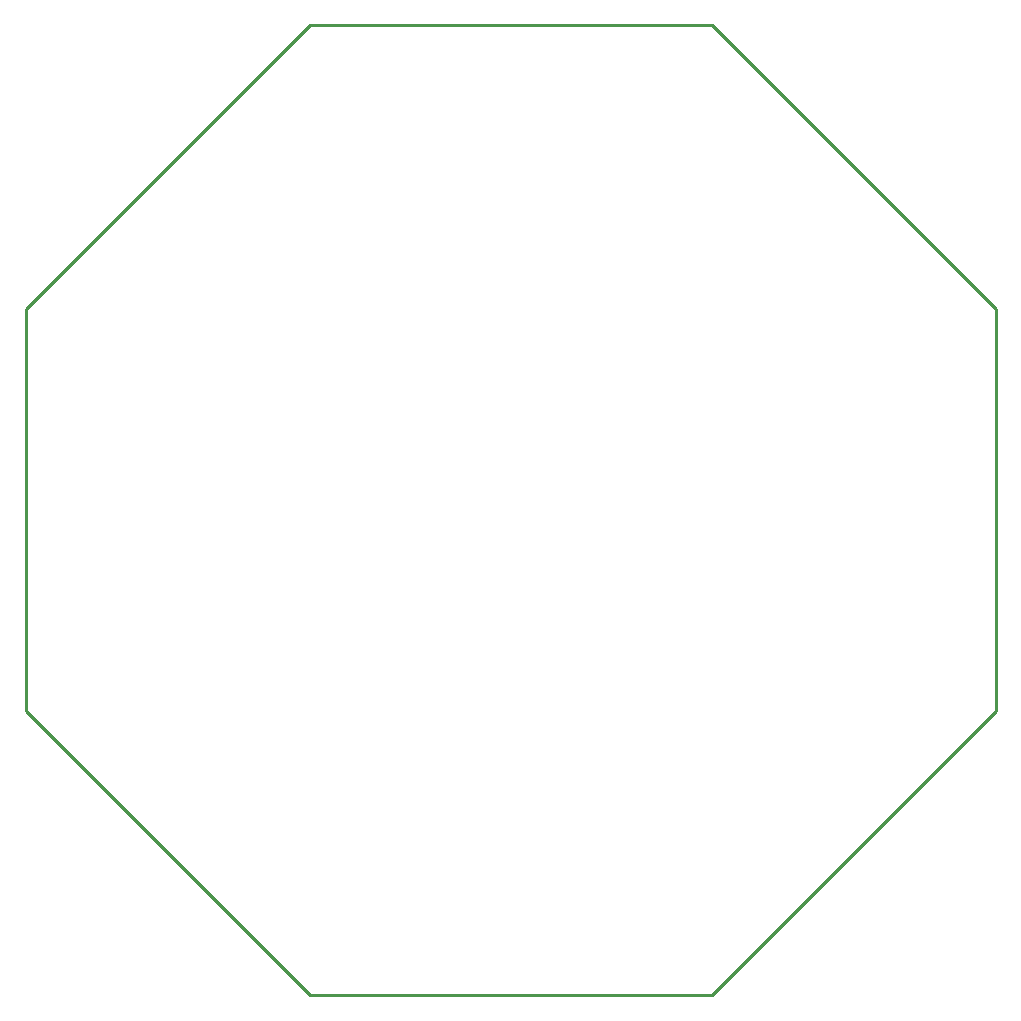
<source format=gbr>
%TF.GenerationSoftware,KiCad,Pcbnew,9.0.0*%
%TF.CreationDate,2025-07-22T11:18:37+01:00*%
%TF.ProjectId,Uncut Gem,556e6375-7420-4476-956d-2e6b69636164,rev?*%
%TF.SameCoordinates,Original*%
%TF.FileFunction,Profile,NP*%
%FSLAX46Y46*%
G04 Gerber Fmt 4.6, Leading zero omitted, Abs format (unit mm)*
G04 Created by KiCad (PCBNEW 9.0.0) date 2025-07-22 11:18:37*
%MOMM*%
%LPD*%
G01*
G04 APERTURE LIST*
%TA.AperFunction,Profile*%
%ADD10C,0.250000*%
%TD*%
G04 APERTURE END LIST*
D10*
X166316227Y-81490185D02*
X166316227Y-115509811D01*
X142259811Y-139566227D01*
X108240185Y-139566227D01*
X84183774Y-115509811D01*
X84183774Y-81490185D01*
X108240185Y-57433774D01*
X142259811Y-57433774D01*
X166316227Y-81490185D01*
M02*

</source>
